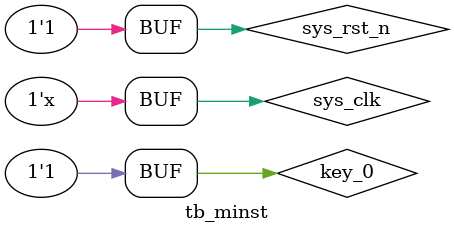
<source format=v>
`timescale 1ns / 1ps

module tb_minst();

    //输入
    reg sys_clk;
    reg sys_rst_n;
    reg key_0;
    wire led_0;
    wire led_1;

    //信号初始化
    initial begin
        sys_clk = 1'b0;
        sys_rst_n = 1'b0;
        key_0 = 1'b1;
        #100
        sys_rst_n = 1'b1;

        #100000
        key_0 = 1'b0;
        #20
        key_0 = 1'b1;
    end

    //生成时钟
    always #10 sys_clk = ~sys_clk;

    mnistv1 u_mnistv1(
        .clk(sys_clk),
        .rst_n(sys_rst_n),
        .key_0(key_0),
        .led_0(led_0),
        .led_1(led_1)
    );

endmodule

</source>
